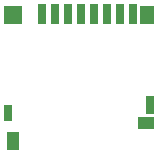
<source format=gbr>
%TF.GenerationSoftware,KiCad,Pcbnew,(7.0.0-0)*%
%TF.CreationDate,2023-06-03T23:07:31+02:00*%
%TF.ProjectId,Untitled,556e7469-746c-4656-942e-6b696361645f,rev?*%
%TF.SameCoordinates,Original*%
%TF.FileFunction,Paste,Top*%
%TF.FilePolarity,Positive*%
%FSLAX46Y46*%
G04 Gerber Fmt 4.6, Leading zero omitted, Abs format (unit mm)*
G04 Created by KiCad (PCBNEW (7.0.0-0)) date 2023-06-03 23:07:31*
%MOMM*%
%LPD*%
G01*
G04 APERTURE LIST*
%ADD10R,0.700000X1.750000*%
%ADD11R,1.450000X1.000000*%
%ADD12R,1.000000X1.550000*%
%ADD13R,0.800000X1.500000*%
%ADD14R,1.300000X1.500000*%
%ADD15R,1.500000X1.500000*%
%ADD16R,0.800000X1.400000*%
G04 APERTURE END LIST*
D10*
%TO.C,J3*%
X171304999Y-25199999D03*
X172404999Y-25199999D03*
X173504999Y-25199999D03*
X174604999Y-25199999D03*
X175704999Y-25199999D03*
X176804999Y-25199999D03*
X177904999Y-25199999D03*
X179004999Y-25199999D03*
D11*
X180129999Y-34424999D03*
D12*
X168904999Y-35999999D03*
D13*
X180454999Y-32924999D03*
D14*
X180204999Y-25324999D03*
D15*
X168854999Y-25324999D03*
D16*
X168504999Y-33574999D03*
%TD*%
M02*

</source>
